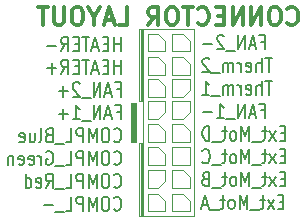
<source format=gbr>
G04 #@! TF.GenerationSoftware,KiCad,Pcbnew,6.0.1-79c1e3a40b~116~ubuntu20.04.1*
G04 #@! TF.CreationDate,2022-02-10T17:59:11+01:00*
G04 #@! TF.ProjectId,SidewinderX1 X axis ConnectorBoard,53696465-7769-46e6-9465-725831205820,rev?*
G04 #@! TF.SameCoordinates,Original*
G04 #@! TF.FileFunction,Legend,Bot*
G04 #@! TF.FilePolarity,Positive*
%FSLAX46Y46*%
G04 Gerber Fmt 4.6, Leading zero omitted, Abs format (unit mm)*
G04 Created by KiCad (PCBNEW 6.0.1-79c1e3a40b~116~ubuntu20.04.1) date 2022-02-10 17:59:11*
%MOMM*%
%LPD*%
G01*
G04 APERTURE LIST*
%ADD10C,0.120000*%
%ADD11C,0.150000*%
%ADD12C,0.300000*%
G04 APERTURE END LIST*
D10*
X43700000Y-59200000D02*
X45200000Y-59200000D01*
X45200000Y-65400000D02*
X43700000Y-65400000D01*
X43700000Y-55850000D02*
X43700000Y-57350000D01*
X45750000Y-64950000D02*
X47250000Y-64950000D01*
X47250000Y-64950000D02*
X47250000Y-63450000D01*
X47250000Y-63450000D02*
X45750000Y-63450000D01*
X45750000Y-63450000D02*
X45750000Y-64950000D01*
X45200000Y-59600000D02*
X43700000Y-59600000D01*
X44600000Y-55850000D02*
X45200000Y-56450000D01*
X43700000Y-65400000D02*
X43700000Y-66900000D01*
X45200000Y-64950000D02*
X45200000Y-64050000D01*
X43100000Y-53425000D02*
X43100000Y-53425000D01*
X43100000Y-53425000D02*
X43100000Y-59575000D01*
X43100000Y-59575000D02*
X43100000Y-59575000D01*
X43100000Y-59575000D02*
X43100000Y-53425000D01*
X44600000Y-61100000D02*
X43700000Y-61100000D01*
X44600000Y-66900000D02*
X43700000Y-66900000D01*
X45200000Y-63000000D02*
X45200000Y-62100000D01*
X43700000Y-63000000D02*
X45200000Y-63000000D01*
X43700000Y-57700000D02*
X44600000Y-57700000D01*
X45200000Y-55350000D02*
X45200000Y-54450000D01*
X44600000Y-61500000D02*
X45200000Y-62100000D01*
X45750000Y-67400000D02*
X46650000Y-67400000D01*
X45750000Y-61500000D02*
X45750000Y-63000000D01*
X43700000Y-53850000D02*
X44600000Y-53850000D01*
X43700000Y-55350000D02*
X45200000Y-55350000D01*
X43700000Y-55850000D02*
X44600000Y-55850000D01*
X43000000Y-59575000D02*
X43200000Y-59575000D01*
X43200000Y-59575000D02*
X43200000Y-53425000D01*
X43200000Y-53425000D02*
X43000000Y-53425000D01*
X43000000Y-53425000D02*
X43000000Y-59575000D01*
X45750000Y-55850000D02*
X45750000Y-57350000D01*
X45750000Y-59600000D02*
X45750000Y-61100000D01*
X46650000Y-55850000D02*
X47250000Y-56450000D01*
X43000000Y-63125000D02*
X43200000Y-63125000D01*
X43200000Y-63125000D02*
X43200000Y-69275000D01*
X43200000Y-69275000D02*
X43000000Y-69275000D01*
X43000000Y-69275000D02*
X43000000Y-63125000D01*
X46650000Y-65400000D02*
X47250000Y-66000000D01*
X42450000Y-59925000D02*
X42550000Y-59925000D01*
X42550000Y-59925000D02*
X42550000Y-62925000D01*
X42550000Y-62925000D02*
X42450000Y-62925000D01*
X42450000Y-62925000D02*
X42450000Y-59925000D01*
X47250000Y-59600000D02*
X45750000Y-59600000D01*
X45750000Y-53850000D02*
X45750000Y-55350000D01*
X43150000Y-63175000D02*
X43100000Y-63175000D01*
X43100000Y-63175000D02*
X43100000Y-69275000D01*
X43100000Y-69275000D02*
X43150000Y-69275000D01*
X43150000Y-69275000D02*
X43150000Y-63175000D01*
X45750000Y-65400000D02*
X46650000Y-65400000D01*
X43700000Y-59600000D02*
X43700000Y-61100000D01*
X44600000Y-57700000D02*
X45200000Y-58300000D01*
X45200000Y-66300000D02*
X44600000Y-66900000D01*
X47250000Y-66900000D02*
X47250000Y-66000000D01*
X43700000Y-61500000D02*
X44600000Y-61500000D01*
X43700000Y-67400000D02*
X43700000Y-68900000D01*
X45750000Y-63000000D02*
X47250000Y-63000000D01*
X45750000Y-57700000D02*
X45750000Y-59200000D01*
X45750000Y-66900000D02*
X47250000Y-66900000D01*
X45200000Y-68900000D02*
X45200000Y-68000000D01*
X43700000Y-57700000D02*
X43700000Y-59200000D01*
X45750000Y-67400000D02*
X45750000Y-68900000D01*
X45750000Y-57350000D02*
X47250000Y-57350000D01*
X43700000Y-64950000D02*
X45200000Y-64950000D01*
X47250000Y-58600000D02*
X47250000Y-57700000D01*
X45200000Y-59200000D02*
X45200000Y-58300000D01*
X45750000Y-68900000D02*
X47250000Y-68900000D01*
X42250000Y-59725000D02*
X42750000Y-59725000D01*
X42750000Y-59725000D02*
X42750000Y-63075000D01*
X42750000Y-63075000D02*
X42250000Y-63075000D01*
X42250000Y-63075000D02*
X42250000Y-59725000D01*
X47250000Y-63000000D02*
X47250000Y-62100000D01*
X43700000Y-67400000D02*
X44600000Y-67400000D01*
X45200000Y-60500000D02*
X44600000Y-61100000D01*
X47250000Y-57350000D02*
X47250000Y-56450000D01*
X47250000Y-60500000D02*
X47250000Y-59600000D01*
X43700000Y-63450000D02*
X44600000Y-63450000D01*
X47250000Y-55350000D02*
X47250000Y-54450000D01*
X45750000Y-65400000D02*
X45750000Y-66900000D01*
X45200000Y-60500000D02*
X45200000Y-59600000D01*
X46650000Y-59200000D02*
X45750000Y-59200000D01*
X44600000Y-53850000D02*
X45200000Y-54450000D01*
X43700000Y-57350000D02*
X45200000Y-57350000D01*
X42350000Y-63025000D02*
X42650000Y-63025000D01*
X42650000Y-63025000D02*
X42650000Y-59825000D01*
X42650000Y-59825000D02*
X42350000Y-59825000D01*
X42350000Y-59825000D02*
X42350000Y-63025000D01*
X45750000Y-55350000D02*
X47250000Y-55350000D01*
X43700000Y-63450000D02*
X43700000Y-64950000D01*
X47250000Y-57700000D02*
X45750000Y-57700000D01*
X46650000Y-61500000D02*
X47250000Y-62100000D01*
X44600000Y-67400000D02*
X45200000Y-68000000D01*
X46650000Y-53850000D02*
X47250000Y-54450000D01*
X47250000Y-68900000D02*
X47250000Y-68000000D01*
X44600000Y-63450000D02*
X45200000Y-64050000D01*
X45750000Y-55850000D02*
X46650000Y-55850000D01*
X43700000Y-61500000D02*
X43700000Y-63000000D01*
X43700000Y-68900000D02*
X45200000Y-68900000D01*
X43300000Y-53450000D02*
X47650000Y-53450000D01*
X47650000Y-53450000D02*
X47650000Y-69300000D01*
X47650000Y-69300000D02*
X43300000Y-69300000D01*
X43300000Y-69300000D02*
X43300000Y-53450000D01*
X45750000Y-61500000D02*
X46650000Y-61500000D01*
X47250000Y-58600000D02*
X46650000Y-59200000D01*
X45200000Y-66300000D02*
X45200000Y-65400000D01*
X45750000Y-53850000D02*
X46650000Y-53850000D01*
X47250000Y-60500000D02*
X46650000Y-61100000D01*
X45200000Y-57350000D02*
X45200000Y-56450000D01*
X43700000Y-53850000D02*
X43700000Y-55350000D01*
X46650000Y-61100000D02*
X45750000Y-61100000D01*
X46650000Y-67400000D02*
X47250000Y-68000000D01*
D11*
X41414404Y-55330857D02*
X41414404Y-54130857D01*
X41414404Y-54702285D02*
X40842976Y-54702285D01*
X40842976Y-55330857D02*
X40842976Y-54130857D01*
X40366785Y-54702285D02*
X40033452Y-54702285D01*
X39890595Y-55330857D02*
X40366785Y-55330857D01*
X40366785Y-54130857D01*
X39890595Y-54130857D01*
X39509642Y-54988000D02*
X39033452Y-54988000D01*
X39604880Y-55330857D02*
X39271547Y-54130857D01*
X38938214Y-55330857D01*
X38747738Y-54130857D02*
X38176309Y-54130857D01*
X38462023Y-55330857D02*
X38462023Y-54130857D01*
X37842976Y-54702285D02*
X37509642Y-54702285D01*
X37366785Y-55330857D02*
X37842976Y-55330857D01*
X37842976Y-54130857D01*
X37366785Y-54130857D01*
X36366785Y-55330857D02*
X36700119Y-54759428D01*
X36938214Y-55330857D02*
X36938214Y-54130857D01*
X36557261Y-54130857D01*
X36462023Y-54188000D01*
X36414404Y-54245142D01*
X36366785Y-54359428D01*
X36366785Y-54530857D01*
X36414404Y-54645142D01*
X36462023Y-54702285D01*
X36557261Y-54759428D01*
X36938214Y-54759428D01*
X35938214Y-54873714D02*
X35176309Y-54873714D01*
X41414404Y-57262857D02*
X41414404Y-56062857D01*
X41414404Y-56634285D02*
X40842976Y-56634285D01*
X40842976Y-57262857D02*
X40842976Y-56062857D01*
X40366785Y-56634285D02*
X40033452Y-56634285D01*
X39890595Y-57262857D02*
X40366785Y-57262857D01*
X40366785Y-56062857D01*
X39890595Y-56062857D01*
X39509642Y-56920000D02*
X39033452Y-56920000D01*
X39604880Y-57262857D02*
X39271547Y-56062857D01*
X38938214Y-57262857D01*
X38747738Y-56062857D02*
X38176309Y-56062857D01*
X38462023Y-57262857D02*
X38462023Y-56062857D01*
X37842976Y-56634285D02*
X37509642Y-56634285D01*
X37366785Y-57262857D02*
X37842976Y-57262857D01*
X37842976Y-56062857D01*
X37366785Y-56062857D01*
X36366785Y-57262857D02*
X36700119Y-56691428D01*
X36938214Y-57262857D02*
X36938214Y-56062857D01*
X36557261Y-56062857D01*
X36462023Y-56120000D01*
X36414404Y-56177142D01*
X36366785Y-56291428D01*
X36366785Y-56462857D01*
X36414404Y-56577142D01*
X36462023Y-56634285D01*
X36557261Y-56691428D01*
X36938214Y-56691428D01*
X35938214Y-56805714D02*
X35176309Y-56805714D01*
X35557261Y-57262857D02*
X35557261Y-56348571D01*
X41081071Y-58566285D02*
X41414404Y-58566285D01*
X41414404Y-59194857D02*
X41414404Y-57994857D01*
X40938214Y-57994857D01*
X40604880Y-58852000D02*
X40128690Y-58852000D01*
X40700119Y-59194857D02*
X40366785Y-57994857D01*
X40033452Y-59194857D01*
X39700119Y-59194857D02*
X39700119Y-57994857D01*
X39128690Y-59194857D01*
X39128690Y-57994857D01*
X38890595Y-59309142D02*
X38128690Y-59309142D01*
X37938214Y-58109142D02*
X37890595Y-58052000D01*
X37795357Y-57994857D01*
X37557261Y-57994857D01*
X37462023Y-58052000D01*
X37414404Y-58109142D01*
X37366785Y-58223428D01*
X37366785Y-58337714D01*
X37414404Y-58509142D01*
X37985833Y-59194857D01*
X37366785Y-59194857D01*
X36938214Y-58737714D02*
X36176309Y-58737714D01*
X36557261Y-59194857D02*
X36557261Y-58280571D01*
X41081071Y-60498285D02*
X41414404Y-60498285D01*
X41414404Y-61126857D02*
X41414404Y-59926857D01*
X40938214Y-59926857D01*
X40604880Y-60784000D02*
X40128690Y-60784000D01*
X40700119Y-61126857D02*
X40366785Y-59926857D01*
X40033452Y-61126857D01*
X39700119Y-61126857D02*
X39700119Y-59926857D01*
X39128690Y-61126857D01*
X39128690Y-59926857D01*
X38890595Y-61241142D02*
X38128690Y-61241142D01*
X37366785Y-61126857D02*
X37938214Y-61126857D01*
X37652500Y-61126857D02*
X37652500Y-59926857D01*
X37747738Y-60098285D01*
X37842976Y-60212571D01*
X37938214Y-60269714D01*
X36938214Y-60669714D02*
X36176309Y-60669714D01*
X36557261Y-61126857D02*
X36557261Y-60212571D01*
X40842976Y-62944571D02*
X40890595Y-63001714D01*
X41033452Y-63058857D01*
X41128690Y-63058857D01*
X41271547Y-63001714D01*
X41366785Y-62887428D01*
X41414404Y-62773142D01*
X41462023Y-62544571D01*
X41462023Y-62373142D01*
X41414404Y-62144571D01*
X41366785Y-62030285D01*
X41271547Y-61916000D01*
X41128690Y-61858857D01*
X41033452Y-61858857D01*
X40890595Y-61916000D01*
X40842976Y-61973142D01*
X40223928Y-61858857D02*
X40033452Y-61858857D01*
X39938214Y-61916000D01*
X39842976Y-62030285D01*
X39795357Y-62258857D01*
X39795357Y-62658857D01*
X39842976Y-62887428D01*
X39938214Y-63001714D01*
X40033452Y-63058857D01*
X40223928Y-63058857D01*
X40319166Y-63001714D01*
X40414404Y-62887428D01*
X40462023Y-62658857D01*
X40462023Y-62258857D01*
X40414404Y-62030285D01*
X40319166Y-61916000D01*
X40223928Y-61858857D01*
X39366785Y-63058857D02*
X39366785Y-61858857D01*
X39033452Y-62716000D01*
X38700119Y-61858857D01*
X38700119Y-63058857D01*
X38223928Y-63058857D02*
X38223928Y-61858857D01*
X37842976Y-61858857D01*
X37747738Y-61916000D01*
X37700119Y-61973142D01*
X37652500Y-62087428D01*
X37652500Y-62258857D01*
X37700119Y-62373142D01*
X37747738Y-62430285D01*
X37842976Y-62487428D01*
X38223928Y-62487428D01*
X36747738Y-63058857D02*
X37223928Y-63058857D01*
X37223928Y-61858857D01*
X36652500Y-63173142D02*
X35890595Y-63173142D01*
X35319166Y-62430285D02*
X35176309Y-62487428D01*
X35128690Y-62544571D01*
X35081071Y-62658857D01*
X35081071Y-62830285D01*
X35128690Y-62944571D01*
X35176309Y-63001714D01*
X35271547Y-63058857D01*
X35652500Y-63058857D01*
X35652500Y-61858857D01*
X35319166Y-61858857D01*
X35223928Y-61916000D01*
X35176309Y-61973142D01*
X35128690Y-62087428D01*
X35128690Y-62201714D01*
X35176309Y-62316000D01*
X35223928Y-62373142D01*
X35319166Y-62430285D01*
X35652500Y-62430285D01*
X34509642Y-63058857D02*
X34604880Y-63001714D01*
X34652500Y-62887428D01*
X34652500Y-61858857D01*
X33700119Y-62258857D02*
X33700119Y-63058857D01*
X34128690Y-62258857D02*
X34128690Y-62887428D01*
X34081071Y-63001714D01*
X33985833Y-63058857D01*
X33842976Y-63058857D01*
X33747738Y-63001714D01*
X33700119Y-62944571D01*
X32842976Y-63001714D02*
X32938214Y-63058857D01*
X33128690Y-63058857D01*
X33223928Y-63001714D01*
X33271547Y-62887428D01*
X33271547Y-62430285D01*
X33223928Y-62316000D01*
X33128690Y-62258857D01*
X32938214Y-62258857D01*
X32842976Y-62316000D01*
X32795357Y-62430285D01*
X32795357Y-62544571D01*
X33271547Y-62658857D01*
X40842976Y-64876571D02*
X40890595Y-64933714D01*
X41033452Y-64990857D01*
X41128690Y-64990857D01*
X41271547Y-64933714D01*
X41366785Y-64819428D01*
X41414404Y-64705142D01*
X41462023Y-64476571D01*
X41462023Y-64305142D01*
X41414404Y-64076571D01*
X41366785Y-63962285D01*
X41271547Y-63848000D01*
X41128690Y-63790857D01*
X41033452Y-63790857D01*
X40890595Y-63848000D01*
X40842976Y-63905142D01*
X40223928Y-63790857D02*
X40033452Y-63790857D01*
X39938214Y-63848000D01*
X39842976Y-63962285D01*
X39795357Y-64190857D01*
X39795357Y-64590857D01*
X39842976Y-64819428D01*
X39938214Y-64933714D01*
X40033452Y-64990857D01*
X40223928Y-64990857D01*
X40319166Y-64933714D01*
X40414404Y-64819428D01*
X40462023Y-64590857D01*
X40462023Y-64190857D01*
X40414404Y-63962285D01*
X40319166Y-63848000D01*
X40223928Y-63790857D01*
X39366785Y-64990857D02*
X39366785Y-63790857D01*
X39033452Y-64648000D01*
X38700119Y-63790857D01*
X38700119Y-64990857D01*
X38223928Y-64990857D02*
X38223928Y-63790857D01*
X37842976Y-63790857D01*
X37747738Y-63848000D01*
X37700119Y-63905142D01*
X37652500Y-64019428D01*
X37652500Y-64190857D01*
X37700119Y-64305142D01*
X37747738Y-64362285D01*
X37842976Y-64419428D01*
X38223928Y-64419428D01*
X36747738Y-64990857D02*
X37223928Y-64990857D01*
X37223928Y-63790857D01*
X36652500Y-65105142D02*
X35890595Y-65105142D01*
X35128690Y-63848000D02*
X35223928Y-63790857D01*
X35366785Y-63790857D01*
X35509642Y-63848000D01*
X35604880Y-63962285D01*
X35652500Y-64076571D01*
X35700119Y-64305142D01*
X35700119Y-64476571D01*
X35652500Y-64705142D01*
X35604880Y-64819428D01*
X35509642Y-64933714D01*
X35366785Y-64990857D01*
X35271547Y-64990857D01*
X35128690Y-64933714D01*
X35081071Y-64876571D01*
X35081071Y-64476571D01*
X35271547Y-64476571D01*
X34652500Y-64990857D02*
X34652500Y-64190857D01*
X34652500Y-64419428D02*
X34604880Y-64305142D01*
X34557261Y-64248000D01*
X34462023Y-64190857D01*
X34366785Y-64190857D01*
X33652500Y-64933714D02*
X33747738Y-64990857D01*
X33938214Y-64990857D01*
X34033452Y-64933714D01*
X34081071Y-64819428D01*
X34081071Y-64362285D01*
X34033452Y-64248000D01*
X33938214Y-64190857D01*
X33747738Y-64190857D01*
X33652500Y-64248000D01*
X33604880Y-64362285D01*
X33604880Y-64476571D01*
X34081071Y-64590857D01*
X32795357Y-64933714D02*
X32890595Y-64990857D01*
X33081071Y-64990857D01*
X33176309Y-64933714D01*
X33223928Y-64819428D01*
X33223928Y-64362285D01*
X33176309Y-64248000D01*
X33081071Y-64190857D01*
X32890595Y-64190857D01*
X32795357Y-64248000D01*
X32747738Y-64362285D01*
X32747738Y-64476571D01*
X33223928Y-64590857D01*
X32319166Y-64190857D02*
X32319166Y-64990857D01*
X32319166Y-64305142D02*
X32271547Y-64248000D01*
X32176309Y-64190857D01*
X32033452Y-64190857D01*
X31938214Y-64248000D01*
X31890595Y-64362285D01*
X31890595Y-64990857D01*
X40842976Y-66808571D02*
X40890595Y-66865714D01*
X41033452Y-66922857D01*
X41128690Y-66922857D01*
X41271547Y-66865714D01*
X41366785Y-66751428D01*
X41414404Y-66637142D01*
X41462023Y-66408571D01*
X41462023Y-66237142D01*
X41414404Y-66008571D01*
X41366785Y-65894285D01*
X41271547Y-65780000D01*
X41128690Y-65722857D01*
X41033452Y-65722857D01*
X40890595Y-65780000D01*
X40842976Y-65837142D01*
X40223928Y-65722857D02*
X40033452Y-65722857D01*
X39938214Y-65780000D01*
X39842976Y-65894285D01*
X39795357Y-66122857D01*
X39795357Y-66522857D01*
X39842976Y-66751428D01*
X39938214Y-66865714D01*
X40033452Y-66922857D01*
X40223928Y-66922857D01*
X40319166Y-66865714D01*
X40414404Y-66751428D01*
X40462023Y-66522857D01*
X40462023Y-66122857D01*
X40414404Y-65894285D01*
X40319166Y-65780000D01*
X40223928Y-65722857D01*
X39366785Y-66922857D02*
X39366785Y-65722857D01*
X39033452Y-66580000D01*
X38700119Y-65722857D01*
X38700119Y-66922857D01*
X38223928Y-66922857D02*
X38223928Y-65722857D01*
X37842976Y-65722857D01*
X37747738Y-65780000D01*
X37700119Y-65837142D01*
X37652500Y-65951428D01*
X37652500Y-66122857D01*
X37700119Y-66237142D01*
X37747738Y-66294285D01*
X37842976Y-66351428D01*
X38223928Y-66351428D01*
X36747738Y-66922857D02*
X37223928Y-66922857D01*
X37223928Y-65722857D01*
X36652500Y-67037142D02*
X35890595Y-67037142D01*
X35081071Y-66922857D02*
X35414404Y-66351428D01*
X35652500Y-66922857D02*
X35652500Y-65722857D01*
X35271547Y-65722857D01*
X35176309Y-65780000D01*
X35128690Y-65837142D01*
X35081071Y-65951428D01*
X35081071Y-66122857D01*
X35128690Y-66237142D01*
X35176309Y-66294285D01*
X35271547Y-66351428D01*
X35652500Y-66351428D01*
X34271547Y-66865714D02*
X34366785Y-66922857D01*
X34557261Y-66922857D01*
X34652500Y-66865714D01*
X34700119Y-66751428D01*
X34700119Y-66294285D01*
X34652500Y-66180000D01*
X34557261Y-66122857D01*
X34366785Y-66122857D01*
X34271547Y-66180000D01*
X34223928Y-66294285D01*
X34223928Y-66408571D01*
X34700119Y-66522857D01*
X33366785Y-66922857D02*
X33366785Y-65722857D01*
X33366785Y-66865714D02*
X33462023Y-66922857D01*
X33652500Y-66922857D01*
X33747738Y-66865714D01*
X33795357Y-66808571D01*
X33842976Y-66694285D01*
X33842976Y-66351428D01*
X33795357Y-66237142D01*
X33747738Y-66180000D01*
X33652500Y-66122857D01*
X33462023Y-66122857D01*
X33366785Y-66180000D01*
X40842976Y-68740571D02*
X40890595Y-68797714D01*
X41033452Y-68854857D01*
X41128690Y-68854857D01*
X41271547Y-68797714D01*
X41366785Y-68683428D01*
X41414404Y-68569142D01*
X41462023Y-68340571D01*
X41462023Y-68169142D01*
X41414404Y-67940571D01*
X41366785Y-67826285D01*
X41271547Y-67712000D01*
X41128690Y-67654857D01*
X41033452Y-67654857D01*
X40890595Y-67712000D01*
X40842976Y-67769142D01*
X40223928Y-67654857D02*
X40033452Y-67654857D01*
X39938214Y-67712000D01*
X39842976Y-67826285D01*
X39795357Y-68054857D01*
X39795357Y-68454857D01*
X39842976Y-68683428D01*
X39938214Y-68797714D01*
X40033452Y-68854857D01*
X40223928Y-68854857D01*
X40319166Y-68797714D01*
X40414404Y-68683428D01*
X40462023Y-68454857D01*
X40462023Y-68054857D01*
X40414404Y-67826285D01*
X40319166Y-67712000D01*
X40223928Y-67654857D01*
X39366785Y-68854857D02*
X39366785Y-67654857D01*
X39033452Y-68512000D01*
X38700119Y-67654857D01*
X38700119Y-68854857D01*
X38223928Y-68854857D02*
X38223928Y-67654857D01*
X37842976Y-67654857D01*
X37747738Y-67712000D01*
X37700119Y-67769142D01*
X37652500Y-67883428D01*
X37652500Y-68054857D01*
X37700119Y-68169142D01*
X37747738Y-68226285D01*
X37842976Y-68283428D01*
X38223928Y-68283428D01*
X36747738Y-68854857D02*
X37223928Y-68854857D01*
X37223928Y-67654857D01*
X36652500Y-68969142D02*
X35890595Y-68969142D01*
X35652500Y-68397714D02*
X34890595Y-68397714D01*
X53290357Y-54552285D02*
X53623690Y-54552285D01*
X53623690Y-55180857D02*
X53623690Y-53980857D01*
X53147500Y-53980857D01*
X52814166Y-54838000D02*
X52337976Y-54838000D01*
X52909404Y-55180857D02*
X52576071Y-53980857D01*
X52242738Y-55180857D01*
X51909404Y-55180857D02*
X51909404Y-53980857D01*
X51337976Y-55180857D01*
X51337976Y-53980857D01*
X51099880Y-55295142D02*
X50337976Y-55295142D01*
X50147500Y-54095142D02*
X50099880Y-54038000D01*
X50004642Y-53980857D01*
X49766547Y-53980857D01*
X49671309Y-54038000D01*
X49623690Y-54095142D01*
X49576071Y-54209428D01*
X49576071Y-54323714D01*
X49623690Y-54495142D01*
X50195119Y-55180857D01*
X49576071Y-55180857D01*
X49147500Y-54723714D02*
X48385595Y-54723714D01*
X54242738Y-55912857D02*
X53671309Y-55912857D01*
X53957023Y-57112857D02*
X53957023Y-55912857D01*
X53337976Y-57112857D02*
X53337976Y-55912857D01*
X52909404Y-57112857D02*
X52909404Y-56484285D01*
X52957023Y-56370000D01*
X53052261Y-56312857D01*
X53195119Y-56312857D01*
X53290357Y-56370000D01*
X53337976Y-56427142D01*
X52052261Y-57055714D02*
X52147500Y-57112857D01*
X52337976Y-57112857D01*
X52433214Y-57055714D01*
X52480833Y-56941428D01*
X52480833Y-56484285D01*
X52433214Y-56370000D01*
X52337976Y-56312857D01*
X52147500Y-56312857D01*
X52052261Y-56370000D01*
X52004642Y-56484285D01*
X52004642Y-56598571D01*
X52480833Y-56712857D01*
X51576071Y-57112857D02*
X51576071Y-56312857D01*
X51576071Y-56541428D02*
X51528452Y-56427142D01*
X51480833Y-56370000D01*
X51385595Y-56312857D01*
X51290357Y-56312857D01*
X50957023Y-57112857D02*
X50957023Y-56312857D01*
X50957023Y-56427142D02*
X50909404Y-56370000D01*
X50814166Y-56312857D01*
X50671309Y-56312857D01*
X50576071Y-56370000D01*
X50528452Y-56484285D01*
X50528452Y-57112857D01*
X50528452Y-56484285D02*
X50480833Y-56370000D01*
X50385595Y-56312857D01*
X50242738Y-56312857D01*
X50147500Y-56370000D01*
X50099880Y-56484285D01*
X50099880Y-57112857D01*
X49861785Y-57227142D02*
X49099880Y-57227142D01*
X48909404Y-56027142D02*
X48861785Y-55970000D01*
X48766547Y-55912857D01*
X48528452Y-55912857D01*
X48433214Y-55970000D01*
X48385595Y-56027142D01*
X48337976Y-56141428D01*
X48337976Y-56255714D01*
X48385595Y-56427142D01*
X48957023Y-57112857D01*
X48337976Y-57112857D01*
X54242738Y-57844857D02*
X53671309Y-57844857D01*
X53957023Y-59044857D02*
X53957023Y-57844857D01*
X53337976Y-59044857D02*
X53337976Y-57844857D01*
X52909404Y-59044857D02*
X52909404Y-58416285D01*
X52957023Y-58302000D01*
X53052261Y-58244857D01*
X53195119Y-58244857D01*
X53290357Y-58302000D01*
X53337976Y-58359142D01*
X52052261Y-58987714D02*
X52147500Y-59044857D01*
X52337976Y-59044857D01*
X52433214Y-58987714D01*
X52480833Y-58873428D01*
X52480833Y-58416285D01*
X52433214Y-58302000D01*
X52337976Y-58244857D01*
X52147500Y-58244857D01*
X52052261Y-58302000D01*
X52004642Y-58416285D01*
X52004642Y-58530571D01*
X52480833Y-58644857D01*
X51576071Y-59044857D02*
X51576071Y-58244857D01*
X51576071Y-58473428D02*
X51528452Y-58359142D01*
X51480833Y-58302000D01*
X51385595Y-58244857D01*
X51290357Y-58244857D01*
X50957023Y-59044857D02*
X50957023Y-58244857D01*
X50957023Y-58359142D02*
X50909404Y-58302000D01*
X50814166Y-58244857D01*
X50671309Y-58244857D01*
X50576071Y-58302000D01*
X50528452Y-58416285D01*
X50528452Y-59044857D01*
X50528452Y-58416285D02*
X50480833Y-58302000D01*
X50385595Y-58244857D01*
X50242738Y-58244857D01*
X50147500Y-58302000D01*
X50099880Y-58416285D01*
X50099880Y-59044857D01*
X49861785Y-59159142D02*
X49099880Y-59159142D01*
X48337976Y-59044857D02*
X48909404Y-59044857D01*
X48623690Y-59044857D02*
X48623690Y-57844857D01*
X48718928Y-58016285D01*
X48814166Y-58130571D01*
X48909404Y-58187714D01*
X53290357Y-60348285D02*
X53623690Y-60348285D01*
X53623690Y-60976857D02*
X53623690Y-59776857D01*
X53147500Y-59776857D01*
X52814166Y-60634000D02*
X52337976Y-60634000D01*
X52909404Y-60976857D02*
X52576071Y-59776857D01*
X52242738Y-60976857D01*
X51909404Y-60976857D02*
X51909404Y-59776857D01*
X51337976Y-60976857D01*
X51337976Y-59776857D01*
X51099880Y-61091142D02*
X50337976Y-61091142D01*
X49576071Y-60976857D02*
X50147500Y-60976857D01*
X49861785Y-60976857D02*
X49861785Y-59776857D01*
X49957023Y-59948285D01*
X50052261Y-60062571D01*
X50147500Y-60119714D01*
X49147500Y-60519714D02*
X48385595Y-60519714D01*
X55337976Y-62280285D02*
X55004642Y-62280285D01*
X54861785Y-62908857D02*
X55337976Y-62908857D01*
X55337976Y-61708857D01*
X54861785Y-61708857D01*
X54528452Y-62908857D02*
X54004642Y-62108857D01*
X54528452Y-62108857D02*
X54004642Y-62908857D01*
X53766547Y-62108857D02*
X53385595Y-62108857D01*
X53623690Y-61708857D02*
X53623690Y-62737428D01*
X53576071Y-62851714D01*
X53480833Y-62908857D01*
X53385595Y-62908857D01*
X53290357Y-63023142D02*
X52528452Y-63023142D01*
X52290357Y-62908857D02*
X52290357Y-61708857D01*
X51957023Y-62566000D01*
X51623690Y-61708857D01*
X51623690Y-62908857D01*
X51004642Y-62908857D02*
X51099880Y-62851714D01*
X51147500Y-62794571D01*
X51195119Y-62680285D01*
X51195119Y-62337428D01*
X51147500Y-62223142D01*
X51099880Y-62166000D01*
X51004642Y-62108857D01*
X50861785Y-62108857D01*
X50766547Y-62166000D01*
X50718928Y-62223142D01*
X50671309Y-62337428D01*
X50671309Y-62680285D01*
X50718928Y-62794571D01*
X50766547Y-62851714D01*
X50861785Y-62908857D01*
X51004642Y-62908857D01*
X50385595Y-62108857D02*
X50004642Y-62108857D01*
X50242738Y-61708857D02*
X50242738Y-62737428D01*
X50195119Y-62851714D01*
X50099880Y-62908857D01*
X50004642Y-62908857D01*
X49909404Y-63023142D02*
X49147500Y-63023142D01*
X48909404Y-62908857D02*
X48909404Y-61708857D01*
X48671309Y-61708857D01*
X48528452Y-61766000D01*
X48433214Y-61880285D01*
X48385595Y-61994571D01*
X48337976Y-62223142D01*
X48337976Y-62394571D01*
X48385595Y-62623142D01*
X48433214Y-62737428D01*
X48528452Y-62851714D01*
X48671309Y-62908857D01*
X48909404Y-62908857D01*
X55337976Y-64212285D02*
X55004642Y-64212285D01*
X54861785Y-64840857D02*
X55337976Y-64840857D01*
X55337976Y-63640857D01*
X54861785Y-63640857D01*
X54528452Y-64840857D02*
X54004642Y-64040857D01*
X54528452Y-64040857D02*
X54004642Y-64840857D01*
X53766547Y-64040857D02*
X53385595Y-64040857D01*
X53623690Y-63640857D02*
X53623690Y-64669428D01*
X53576071Y-64783714D01*
X53480833Y-64840857D01*
X53385595Y-64840857D01*
X53290357Y-64955142D02*
X52528452Y-64955142D01*
X52290357Y-64840857D02*
X52290357Y-63640857D01*
X51957023Y-64498000D01*
X51623690Y-63640857D01*
X51623690Y-64840857D01*
X51004642Y-64840857D02*
X51099880Y-64783714D01*
X51147500Y-64726571D01*
X51195119Y-64612285D01*
X51195119Y-64269428D01*
X51147500Y-64155142D01*
X51099880Y-64098000D01*
X51004642Y-64040857D01*
X50861785Y-64040857D01*
X50766547Y-64098000D01*
X50718928Y-64155142D01*
X50671309Y-64269428D01*
X50671309Y-64612285D01*
X50718928Y-64726571D01*
X50766547Y-64783714D01*
X50861785Y-64840857D01*
X51004642Y-64840857D01*
X50385595Y-64040857D02*
X50004642Y-64040857D01*
X50242738Y-63640857D02*
X50242738Y-64669428D01*
X50195119Y-64783714D01*
X50099880Y-64840857D01*
X50004642Y-64840857D01*
X49909404Y-64955142D02*
X49147500Y-64955142D01*
X48337976Y-64726571D02*
X48385595Y-64783714D01*
X48528452Y-64840857D01*
X48623690Y-64840857D01*
X48766547Y-64783714D01*
X48861785Y-64669428D01*
X48909404Y-64555142D01*
X48957023Y-64326571D01*
X48957023Y-64155142D01*
X48909404Y-63926571D01*
X48861785Y-63812285D01*
X48766547Y-63698000D01*
X48623690Y-63640857D01*
X48528452Y-63640857D01*
X48385595Y-63698000D01*
X48337976Y-63755142D01*
X55337976Y-66144285D02*
X55004642Y-66144285D01*
X54861785Y-66772857D02*
X55337976Y-66772857D01*
X55337976Y-65572857D01*
X54861785Y-65572857D01*
X54528452Y-66772857D02*
X54004642Y-65972857D01*
X54528452Y-65972857D02*
X54004642Y-66772857D01*
X53766547Y-65972857D02*
X53385595Y-65972857D01*
X53623690Y-65572857D02*
X53623690Y-66601428D01*
X53576071Y-66715714D01*
X53480833Y-66772857D01*
X53385595Y-66772857D01*
X53290357Y-66887142D02*
X52528452Y-66887142D01*
X52290357Y-66772857D02*
X52290357Y-65572857D01*
X51957023Y-66430000D01*
X51623690Y-65572857D01*
X51623690Y-66772857D01*
X51004642Y-66772857D02*
X51099880Y-66715714D01*
X51147500Y-66658571D01*
X51195119Y-66544285D01*
X51195119Y-66201428D01*
X51147500Y-66087142D01*
X51099880Y-66030000D01*
X51004642Y-65972857D01*
X50861785Y-65972857D01*
X50766547Y-66030000D01*
X50718928Y-66087142D01*
X50671309Y-66201428D01*
X50671309Y-66544285D01*
X50718928Y-66658571D01*
X50766547Y-66715714D01*
X50861785Y-66772857D01*
X51004642Y-66772857D01*
X50385595Y-65972857D02*
X50004642Y-65972857D01*
X50242738Y-65572857D02*
X50242738Y-66601428D01*
X50195119Y-66715714D01*
X50099880Y-66772857D01*
X50004642Y-66772857D01*
X49909404Y-66887142D02*
X49147500Y-66887142D01*
X48576071Y-66144285D02*
X48433214Y-66201428D01*
X48385595Y-66258571D01*
X48337976Y-66372857D01*
X48337976Y-66544285D01*
X48385595Y-66658571D01*
X48433214Y-66715714D01*
X48528452Y-66772857D01*
X48909404Y-66772857D01*
X48909404Y-65572857D01*
X48576071Y-65572857D01*
X48480833Y-65630000D01*
X48433214Y-65687142D01*
X48385595Y-65801428D01*
X48385595Y-65915714D01*
X48433214Y-66030000D01*
X48480833Y-66087142D01*
X48576071Y-66144285D01*
X48909404Y-66144285D01*
X55195119Y-68076285D02*
X54861785Y-68076285D01*
X54718928Y-68704857D02*
X55195119Y-68704857D01*
X55195119Y-67504857D01*
X54718928Y-67504857D01*
X54385595Y-68704857D02*
X53861785Y-67904857D01*
X54385595Y-67904857D02*
X53861785Y-68704857D01*
X53623690Y-67904857D02*
X53242738Y-67904857D01*
X53480833Y-67504857D02*
X53480833Y-68533428D01*
X53433214Y-68647714D01*
X53337976Y-68704857D01*
X53242738Y-68704857D01*
X53147500Y-68819142D02*
X52385595Y-68819142D01*
X52147500Y-68704857D02*
X52147500Y-67504857D01*
X51814166Y-68362000D01*
X51480833Y-67504857D01*
X51480833Y-68704857D01*
X50861785Y-68704857D02*
X50957023Y-68647714D01*
X51004642Y-68590571D01*
X51052261Y-68476285D01*
X51052261Y-68133428D01*
X51004642Y-68019142D01*
X50957023Y-67962000D01*
X50861785Y-67904857D01*
X50718928Y-67904857D01*
X50623690Y-67962000D01*
X50576071Y-68019142D01*
X50528452Y-68133428D01*
X50528452Y-68476285D01*
X50576071Y-68590571D01*
X50623690Y-68647714D01*
X50718928Y-68704857D01*
X50861785Y-68704857D01*
X50242738Y-67904857D02*
X49861785Y-67904857D01*
X50099880Y-67504857D02*
X50099880Y-68533428D01*
X50052261Y-68647714D01*
X49957023Y-68704857D01*
X49861785Y-68704857D01*
X49766547Y-68819142D02*
X49004642Y-68819142D01*
X48814166Y-68362000D02*
X48337976Y-68362000D01*
X48909404Y-68704857D02*
X48576071Y-67504857D01*
X48242738Y-68704857D01*
D12*
X55535714Y-52985714D02*
X55607142Y-53057142D01*
X55821428Y-53128571D01*
X55964285Y-53128571D01*
X56178571Y-53057142D01*
X56321428Y-52914285D01*
X56392857Y-52771428D01*
X56464285Y-52485714D01*
X56464285Y-52271428D01*
X56392857Y-51985714D01*
X56321428Y-51842857D01*
X56178571Y-51700000D01*
X55964285Y-51628571D01*
X55821428Y-51628571D01*
X55607142Y-51700000D01*
X55535714Y-51771428D01*
X54607142Y-51628571D02*
X54321428Y-51628571D01*
X54178571Y-51700000D01*
X54035714Y-51842857D01*
X53964285Y-52128571D01*
X53964285Y-52628571D01*
X54035714Y-52914285D01*
X54178571Y-53057142D01*
X54321428Y-53128571D01*
X54607142Y-53128571D01*
X54750000Y-53057142D01*
X54892857Y-52914285D01*
X54964285Y-52628571D01*
X54964285Y-52128571D01*
X54892857Y-51842857D01*
X54750000Y-51700000D01*
X54607142Y-51628571D01*
X53321428Y-53128571D02*
X53321428Y-51628571D01*
X52464285Y-53128571D01*
X52464285Y-51628571D01*
X51750000Y-53128571D02*
X51750000Y-51628571D01*
X50892857Y-53128571D01*
X50892857Y-51628571D01*
X50178571Y-52342857D02*
X49678571Y-52342857D01*
X49464285Y-53128571D02*
X50178571Y-53128571D01*
X50178571Y-51628571D01*
X49464285Y-51628571D01*
X47964285Y-52985714D02*
X48035714Y-53057142D01*
X48250000Y-53128571D01*
X48392857Y-53128571D01*
X48607142Y-53057142D01*
X48750000Y-52914285D01*
X48821428Y-52771428D01*
X48892857Y-52485714D01*
X48892857Y-52271428D01*
X48821428Y-51985714D01*
X48750000Y-51842857D01*
X48607142Y-51700000D01*
X48392857Y-51628571D01*
X48250000Y-51628571D01*
X48035714Y-51700000D01*
X47964285Y-51771428D01*
X47535714Y-51628571D02*
X46678571Y-51628571D01*
X47107142Y-53128571D02*
X47107142Y-51628571D01*
X45892857Y-51628571D02*
X45607142Y-51628571D01*
X45464285Y-51700000D01*
X45321428Y-51842857D01*
X45250000Y-52128571D01*
X45250000Y-52628571D01*
X45321428Y-52914285D01*
X45464285Y-53057142D01*
X45607142Y-53128571D01*
X45892857Y-53128571D01*
X46035714Y-53057142D01*
X46178571Y-52914285D01*
X46250000Y-52628571D01*
X46250000Y-52128571D01*
X46178571Y-51842857D01*
X46035714Y-51700000D01*
X45892857Y-51628571D01*
X43750000Y-53128571D02*
X44250000Y-52414285D01*
X44607142Y-53128571D02*
X44607142Y-51628571D01*
X44035714Y-51628571D01*
X43892857Y-51700000D01*
X43821428Y-51771428D01*
X43750000Y-51914285D01*
X43750000Y-52128571D01*
X43821428Y-52271428D01*
X43892857Y-52342857D01*
X44035714Y-52414285D01*
X44607142Y-52414285D01*
X41250000Y-53128571D02*
X41964285Y-53128571D01*
X41964285Y-51628571D01*
X40821428Y-52700000D02*
X40107142Y-52700000D01*
X40964285Y-53128571D02*
X40464285Y-51628571D01*
X39964285Y-53128571D01*
X39178571Y-52414285D02*
X39178571Y-53128571D01*
X39678571Y-51628571D02*
X39178571Y-52414285D01*
X38678571Y-51628571D01*
X37892857Y-51628571D02*
X37607142Y-51628571D01*
X37464285Y-51700000D01*
X37321428Y-51842857D01*
X37250000Y-52128571D01*
X37250000Y-52628571D01*
X37321428Y-52914285D01*
X37464285Y-53057142D01*
X37607142Y-53128571D01*
X37892857Y-53128571D01*
X38035714Y-53057142D01*
X38178571Y-52914285D01*
X38250000Y-52628571D01*
X38250000Y-52128571D01*
X38178571Y-51842857D01*
X38035714Y-51700000D01*
X37892857Y-51628571D01*
X36607142Y-51628571D02*
X36607142Y-52842857D01*
X36535714Y-52985714D01*
X36464285Y-53057142D01*
X36321428Y-53128571D01*
X36035714Y-53128571D01*
X35892857Y-53057142D01*
X35821428Y-52985714D01*
X35750000Y-52842857D01*
X35750000Y-51628571D01*
X35250000Y-51628571D02*
X34392857Y-51628571D01*
X34821428Y-53128571D02*
X34821428Y-51628571D01*
M02*

</source>
